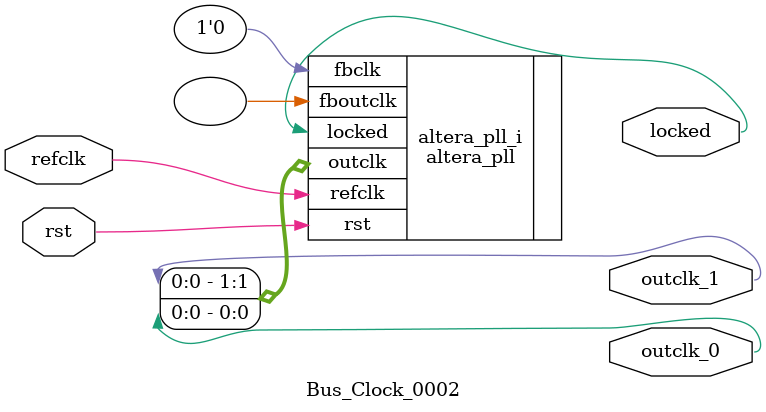
<source format=v>
`timescale 1ns/10ps
module  Bus_Clock_0002(

	// interface 'refclk'
	input wire refclk,

	// interface 'reset'
	input wire rst,

	// interface 'outclk0'
	output wire outclk_0,

	// interface 'outclk1'
	output wire outclk_1,

	// interface 'locked'
	output wire locked
);

	altera_pll #(
		.fractional_vco_multiplier("false"),
		.reference_clock_frequency("50.0 MHz"),
		.operation_mode("direct"),
		.number_of_clocks(2),
		.output_clock_frequency0("8.000000 MHz"),
		.phase_shift0("0 ps"),
		.duty_cycle0(50),
		.output_clock_frequency1("6.000000 MHz"),
		.phase_shift1("0 ps"),
		.duty_cycle1(50),
		.output_clock_frequency2("0 MHz"),
		.phase_shift2("0 ps"),
		.duty_cycle2(50),
		.output_clock_frequency3("0 MHz"),
		.phase_shift3("0 ps"),
		.duty_cycle3(50),
		.output_clock_frequency4("0 MHz"),
		.phase_shift4("0 ps"),
		.duty_cycle4(50),
		.output_clock_frequency5("0 MHz"),
		.phase_shift5("0 ps"),
		.duty_cycle5(50),
		.output_clock_frequency6("0 MHz"),
		.phase_shift6("0 ps"),
		.duty_cycle6(50),
		.output_clock_frequency7("0 MHz"),
		.phase_shift7("0 ps"),
		.duty_cycle7(50),
		.output_clock_frequency8("0 MHz"),
		.phase_shift8("0 ps"),
		.duty_cycle8(50),
		.output_clock_frequency9("0 MHz"),
		.phase_shift9("0 ps"),
		.duty_cycle9(50),
		.output_clock_frequency10("0 MHz"),
		.phase_shift10("0 ps"),
		.duty_cycle10(50),
		.output_clock_frequency11("0 MHz"),
		.phase_shift11("0 ps"),
		.duty_cycle11(50),
		.output_clock_frequency12("0 MHz"),
		.phase_shift12("0 ps"),
		.duty_cycle12(50),
		.output_clock_frequency13("0 MHz"),
		.phase_shift13("0 ps"),
		.duty_cycle13(50),
		.output_clock_frequency14("0 MHz"),
		.phase_shift14("0 ps"),
		.duty_cycle14(50),
		.output_clock_frequency15("0 MHz"),
		.phase_shift15("0 ps"),
		.duty_cycle15(50),
		.output_clock_frequency16("0 MHz"),
		.phase_shift16("0 ps"),
		.duty_cycle16(50),
		.output_clock_frequency17("0 MHz"),
		.phase_shift17("0 ps"),
		.duty_cycle17(50),
		.pll_type("General"),
		.pll_subtype("General")
	) altera_pll_i (
		.rst	(rst),
		.outclk	({outclk_1, outclk_0}),
		.locked	(locked),
		.fboutclk	( ),
		.fbclk	(1'b0),
		.refclk	(refclk)
	);
endmodule


</source>
